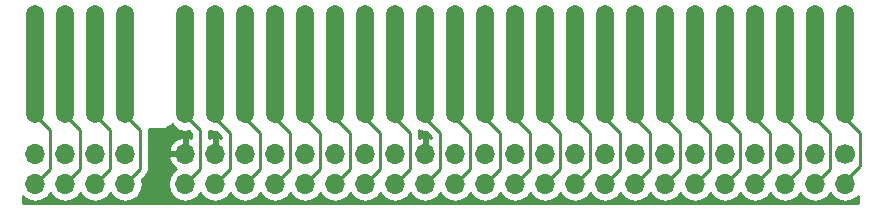
<source format=gbr>
%TF.GenerationSoftware,KiCad,Pcbnew,4.0.7*%
%TF.CreationDate,2019-01-02T11:57:47+00:00*%
%TF.ProjectId,Spectrum Edge Connector Extender_HORIZ,537065637472756D204564676520436F,rev?*%
%TF.FileFunction,Copper,L1,Top,Signal*%
%FSLAX46Y46*%
G04 Gerber Fmt 4.6, Leading zero omitted, Abs format (unit mm)*
G04 Created by KiCad (PCBNEW 4.0.7) date 01/02/19 11:57:47*
%MOMM*%
%LPD*%
G01*
G04 APERTURE LIST*
%ADD10C,0.100000*%
%ADD11O,1.500000X10.000000*%
%ADD12C,1.700000*%
%ADD13O,1.700000X1.700000*%
%ADD14C,0.250000*%
%ADD15C,0.254000*%
G04 APERTURE END LIST*
D10*
D11*
X114300000Y-92710000D03*
X116840000Y-92710000D03*
X119380000Y-92710000D03*
X121920000Y-92710000D03*
X172720000Y-92710000D03*
X127000000Y-92710000D03*
X129540000Y-92710000D03*
X132080000Y-92710000D03*
X134620000Y-92710000D03*
X137160000Y-92710000D03*
X139700000Y-92710000D03*
X142240000Y-92710000D03*
X144780000Y-92710000D03*
X147320000Y-92710000D03*
X149860000Y-92710000D03*
X152400000Y-92710000D03*
X154940000Y-92710000D03*
X157480000Y-92710000D03*
X160020000Y-92710000D03*
X162560000Y-92710000D03*
X165100000Y-92710000D03*
X167640000Y-92710000D03*
X170180000Y-92710000D03*
X175260000Y-92710000D03*
X177800000Y-92710000D03*
X180340000Y-92710000D03*
X182880000Y-92710000D03*
D12*
X182880000Y-100330000D03*
D13*
X182880000Y-102870000D03*
X180340000Y-100330000D03*
X180340000Y-102870000D03*
X177800000Y-100330000D03*
X177800000Y-102870000D03*
X175260000Y-100330000D03*
X175260000Y-102870000D03*
X172720000Y-100330000D03*
X172720000Y-102870000D03*
X170180000Y-100330000D03*
X170180000Y-102870000D03*
X167640000Y-100330000D03*
X167640000Y-102870000D03*
X165100000Y-100330000D03*
X165100000Y-102870000D03*
X162560000Y-100330000D03*
X162560000Y-102870000D03*
X160020000Y-100330000D03*
X160020000Y-102870000D03*
X157480000Y-100330000D03*
X157480000Y-102870000D03*
X154940000Y-100330000D03*
X154940000Y-102870000D03*
X152400000Y-100330000D03*
X152400000Y-102870000D03*
X149860000Y-100330000D03*
X149860000Y-102870000D03*
X147320000Y-100330000D03*
X147320000Y-102870000D03*
X144780000Y-100330000D03*
X144780000Y-102870000D03*
X142240000Y-100330000D03*
X142240000Y-102870000D03*
X139700000Y-100330000D03*
X139700000Y-102870000D03*
X137160000Y-100330000D03*
X137160000Y-102870000D03*
X134620000Y-100330000D03*
X134620000Y-102870000D03*
X132080000Y-100330000D03*
X132080000Y-102870000D03*
X129540000Y-100330000D03*
X129540000Y-102870000D03*
X127000000Y-100330000D03*
X127000000Y-102870000D03*
X121920000Y-100330000D03*
X121920000Y-102870000D03*
X119380000Y-100330000D03*
X119380000Y-102870000D03*
X116840000Y-100330000D03*
X116840000Y-102870000D03*
X114300000Y-100330000D03*
X114300000Y-102870000D03*
D14*
X182880000Y-102870000D02*
X182880000Y-102616000D01*
X182880000Y-102616000D02*
X184150000Y-101346000D01*
X184150000Y-101346000D02*
X184150000Y-98552000D01*
X184150000Y-98552000D02*
X182880000Y-97282000D01*
X182880000Y-97282000D02*
X182880000Y-92710000D01*
X180340000Y-102870000D02*
X181610000Y-101600000D01*
X181610000Y-98552000D02*
X180340000Y-97282000D01*
X181610000Y-101600000D02*
X181610000Y-98552000D01*
X180340000Y-97282000D02*
X180340000Y-92710000D01*
X177800000Y-102870000D02*
X179070000Y-101600000D01*
X179070000Y-98552000D02*
X177800000Y-97282000D01*
X179070000Y-101600000D02*
X179070000Y-98552000D01*
X177800000Y-97282000D02*
X177800000Y-92710000D01*
X175260000Y-102870000D02*
X176530000Y-101600000D01*
X176530000Y-98552000D02*
X175260000Y-97282000D01*
X176530000Y-101600000D02*
X176530000Y-98552000D01*
X175260000Y-97282000D02*
X175260000Y-92710000D01*
X172720000Y-102870000D02*
X173990000Y-101600000D01*
X173990000Y-98552000D02*
X172720000Y-97282000D01*
X173990000Y-101600000D02*
X173990000Y-98552000D01*
X172720000Y-97282000D02*
X172720000Y-92710000D01*
X170180000Y-102870000D02*
X171450000Y-101600000D01*
X171450000Y-98552000D02*
X170180000Y-97282000D01*
X171450000Y-101600000D02*
X171450000Y-98552000D01*
X170180000Y-97282000D02*
X170180000Y-92710000D01*
X167640000Y-102870000D02*
X168910000Y-101600000D01*
X168910000Y-98552000D02*
X167640000Y-97282000D01*
X168910000Y-101600000D02*
X168910000Y-98552000D01*
X167640000Y-97282000D02*
X167640000Y-92710000D01*
X165100000Y-102870000D02*
X166370000Y-101600000D01*
X166370000Y-98552000D02*
X165100000Y-97282000D01*
X166370000Y-101600000D02*
X166370000Y-98552000D01*
X165100000Y-97282000D02*
X165100000Y-92710000D01*
X162560000Y-102870000D02*
X163830000Y-101600000D01*
X163830000Y-98552000D02*
X162560000Y-97282000D01*
X163830000Y-101600000D02*
X163830000Y-98552000D01*
X162560000Y-97282000D02*
X162560000Y-92710000D01*
X160020000Y-102870000D02*
X161290000Y-101600000D01*
X161290000Y-98552000D02*
X160020000Y-97282000D01*
X161290000Y-101600000D02*
X161290000Y-98552000D01*
X160020000Y-97282000D02*
X160020000Y-92710000D01*
X157480000Y-102870000D02*
X158750000Y-101600000D01*
X158750000Y-98552000D02*
X157480000Y-97282000D01*
X158750000Y-101600000D02*
X158750000Y-98552000D01*
X157480000Y-97282000D02*
X157480000Y-92710000D01*
X154940000Y-102870000D02*
X156210000Y-101600000D01*
X156210000Y-98552000D02*
X154940000Y-97282000D01*
X156210000Y-101600000D02*
X156210000Y-98552000D01*
X154940000Y-97282000D02*
X154940000Y-92710000D01*
X152400000Y-102870000D02*
X153670000Y-101600000D01*
X153670000Y-98552000D02*
X152400000Y-97282000D01*
X153670000Y-101600000D02*
X153670000Y-98552000D01*
X152400000Y-97282000D02*
X152400000Y-92710000D01*
X149860000Y-102870000D02*
X151130000Y-101600000D01*
X151130000Y-98552000D02*
X149860000Y-97282000D01*
X151130000Y-101600000D02*
X151130000Y-98552000D01*
X149860000Y-97282000D02*
X149860000Y-92710000D01*
X147320000Y-102870000D02*
X148590000Y-101600000D01*
X148590000Y-98552000D02*
X147320000Y-97282000D01*
X148590000Y-101600000D02*
X148590000Y-98552000D01*
X147320000Y-97282000D02*
X147320000Y-92710000D01*
X144780000Y-102870000D02*
X146050000Y-101600000D01*
X146050000Y-98552000D02*
X144780000Y-97282000D01*
X146050000Y-101600000D02*
X146050000Y-98552000D01*
X144780000Y-97282000D02*
X144780000Y-92710000D01*
X142240000Y-102870000D02*
X143510000Y-101600000D01*
X143510000Y-98552000D02*
X142240000Y-97282000D01*
X143510000Y-101600000D02*
X143510000Y-98552000D01*
X142240000Y-97282000D02*
X142240000Y-92710000D01*
X139700000Y-102870000D02*
X140970000Y-101600000D01*
X140970000Y-98552000D02*
X139700000Y-97282000D01*
X140970000Y-101600000D02*
X140970000Y-98552000D01*
X139700000Y-97282000D02*
X139700000Y-92710000D01*
X137160000Y-102870000D02*
X138430000Y-101600000D01*
X138430000Y-98552000D02*
X137160000Y-97282000D01*
X138430000Y-101600000D02*
X138430000Y-98552000D01*
X137160000Y-97282000D02*
X137160000Y-92710000D01*
X134620000Y-102870000D02*
X135890000Y-101600000D01*
X135890000Y-98552000D02*
X134620000Y-97282000D01*
X135890000Y-101600000D02*
X135890000Y-98552000D01*
X134620000Y-97282000D02*
X134620000Y-92710000D01*
X132080000Y-102870000D02*
X133350000Y-101600000D01*
X133350000Y-98552000D02*
X132080000Y-97282000D01*
X133350000Y-101600000D02*
X133350000Y-98552000D01*
X132080000Y-97282000D02*
X132080000Y-92710000D01*
X129540000Y-102870000D02*
X130810000Y-101600000D01*
X130810000Y-98552000D02*
X129540000Y-97282000D01*
X130810000Y-101600000D02*
X130810000Y-98552000D01*
X129540000Y-97282000D02*
X129540000Y-92710000D01*
X127000000Y-102870000D02*
X128270000Y-101600000D01*
X128270000Y-98298000D02*
X127000000Y-97028000D01*
X128270000Y-101600000D02*
X128270000Y-98298000D01*
X127000000Y-97028000D02*
X127000000Y-92710000D01*
X121920000Y-102870000D02*
X123190000Y-101600000D01*
X123190000Y-98298000D02*
X121920000Y-97028000D01*
X123190000Y-101600000D02*
X123190000Y-98298000D01*
X121920000Y-97028000D02*
X121920000Y-92710000D01*
X119380000Y-102870000D02*
X120650000Y-101600000D01*
X120650000Y-98298000D02*
X119380000Y-97028000D01*
X120650000Y-101600000D02*
X120650000Y-98298000D01*
X119380000Y-97028000D02*
X119380000Y-92710000D01*
X116840000Y-102870000D02*
X118110000Y-101600000D01*
X118110000Y-98298000D02*
X116840000Y-97028000D01*
X118110000Y-101600000D02*
X118110000Y-98298000D01*
X116840000Y-97028000D02*
X116840000Y-92710000D01*
X114300000Y-102870000D02*
X115570000Y-101600000D01*
X115570000Y-98298000D02*
X114300000Y-97028000D01*
X115570000Y-101600000D02*
X115570000Y-98298000D01*
X114300000Y-97028000D02*
X114300000Y-92710000D01*
D15*
G36*
X126020657Y-98049739D02*
X126469983Y-98349969D01*
X127000000Y-98455396D01*
X127294095Y-98396897D01*
X127510000Y-98612802D01*
X127510000Y-98951940D01*
X127356890Y-98888524D01*
X127127000Y-99009845D01*
X127127000Y-100203000D01*
X127147000Y-100203000D01*
X127147000Y-100457000D01*
X127127000Y-100457000D01*
X127127000Y-100477000D01*
X126873000Y-100477000D01*
X126873000Y-100457000D01*
X125679181Y-100457000D01*
X125558514Y-100686892D01*
X125804817Y-101211358D01*
X126233076Y-101601645D01*
X126233101Y-101601655D01*
X125949946Y-101790853D01*
X125628039Y-102272622D01*
X125515000Y-102840907D01*
X125515000Y-102899093D01*
X125628039Y-103467378D01*
X125949946Y-103949147D01*
X126431715Y-104271054D01*
X127000000Y-104384093D01*
X127568285Y-104271054D01*
X128050054Y-103949147D01*
X128270000Y-103619974D01*
X128489946Y-103949147D01*
X128971715Y-104271054D01*
X129540000Y-104384093D01*
X130108285Y-104271054D01*
X130590054Y-103949147D01*
X130810000Y-103619974D01*
X131029946Y-103949147D01*
X131511715Y-104271054D01*
X132080000Y-104384093D01*
X132648285Y-104271054D01*
X133130054Y-103949147D01*
X133350000Y-103619974D01*
X133569946Y-103949147D01*
X134051715Y-104271054D01*
X134620000Y-104384093D01*
X135188285Y-104271054D01*
X135670054Y-103949147D01*
X135890000Y-103619974D01*
X136109946Y-103949147D01*
X136591715Y-104271054D01*
X137160000Y-104384093D01*
X137728285Y-104271054D01*
X138210054Y-103949147D01*
X138430000Y-103619974D01*
X138649946Y-103949147D01*
X139131715Y-104271054D01*
X139700000Y-104384093D01*
X140268285Y-104271054D01*
X140750054Y-103949147D01*
X140970000Y-103619974D01*
X141189946Y-103949147D01*
X141671715Y-104271054D01*
X142240000Y-104384093D01*
X142808285Y-104271054D01*
X143290054Y-103949147D01*
X143510000Y-103619974D01*
X143729946Y-103949147D01*
X144211715Y-104271054D01*
X144780000Y-104384093D01*
X145348285Y-104271054D01*
X145830054Y-103949147D01*
X146050000Y-103619974D01*
X146269946Y-103949147D01*
X146751715Y-104271054D01*
X147320000Y-104384093D01*
X147888285Y-104271054D01*
X148370054Y-103949147D01*
X148590000Y-103619974D01*
X148809946Y-103949147D01*
X149291715Y-104271054D01*
X149860000Y-104384093D01*
X150428285Y-104271054D01*
X150910054Y-103949147D01*
X151130000Y-103619974D01*
X151349946Y-103949147D01*
X151831715Y-104271054D01*
X152400000Y-104384093D01*
X152968285Y-104271054D01*
X153450054Y-103949147D01*
X153670000Y-103619974D01*
X153889946Y-103949147D01*
X154371715Y-104271054D01*
X154940000Y-104384093D01*
X155508285Y-104271054D01*
X155990054Y-103949147D01*
X156210000Y-103619974D01*
X156429946Y-103949147D01*
X156911715Y-104271054D01*
X157480000Y-104384093D01*
X158048285Y-104271054D01*
X158530054Y-103949147D01*
X158750000Y-103619974D01*
X158969946Y-103949147D01*
X159451715Y-104271054D01*
X160020000Y-104384093D01*
X160588285Y-104271054D01*
X161070054Y-103949147D01*
X161290000Y-103619974D01*
X161509946Y-103949147D01*
X161991715Y-104271054D01*
X162560000Y-104384093D01*
X163128285Y-104271054D01*
X163610054Y-103949147D01*
X163830000Y-103619974D01*
X164049946Y-103949147D01*
X164531715Y-104271054D01*
X165100000Y-104384093D01*
X165668285Y-104271054D01*
X166150054Y-103949147D01*
X166370000Y-103619974D01*
X166589946Y-103949147D01*
X167071715Y-104271054D01*
X167640000Y-104384093D01*
X168208285Y-104271054D01*
X168690054Y-103949147D01*
X168910000Y-103619974D01*
X169129946Y-103949147D01*
X169611715Y-104271054D01*
X170180000Y-104384093D01*
X170748285Y-104271054D01*
X171230054Y-103949147D01*
X171450000Y-103619974D01*
X171669946Y-103949147D01*
X172151715Y-104271054D01*
X172720000Y-104384093D01*
X173288285Y-104271054D01*
X173770054Y-103949147D01*
X173990000Y-103619974D01*
X174209946Y-103949147D01*
X174691715Y-104271054D01*
X175260000Y-104384093D01*
X175828285Y-104271054D01*
X176310054Y-103949147D01*
X176530000Y-103619974D01*
X176749946Y-103949147D01*
X177231715Y-104271054D01*
X177800000Y-104384093D01*
X178368285Y-104271054D01*
X178850054Y-103949147D01*
X179070000Y-103619974D01*
X179289946Y-103949147D01*
X179771715Y-104271054D01*
X180340000Y-104384093D01*
X180908285Y-104271054D01*
X181390054Y-103949147D01*
X181610000Y-103619974D01*
X181829946Y-103949147D01*
X182311715Y-104271054D01*
X182880000Y-104384093D01*
X183448285Y-104271054D01*
X183930054Y-103949147D01*
X183948000Y-103922289D01*
X183948000Y-104446000D01*
X113232000Y-104446000D01*
X113232000Y-103922289D01*
X113249946Y-103949147D01*
X113731715Y-104271054D01*
X114300000Y-104384093D01*
X114868285Y-104271054D01*
X115350054Y-103949147D01*
X115570000Y-103619974D01*
X115789946Y-103949147D01*
X116271715Y-104271054D01*
X116840000Y-104384093D01*
X117408285Y-104271054D01*
X117890054Y-103949147D01*
X118110000Y-103619974D01*
X118329946Y-103949147D01*
X118811715Y-104271054D01*
X119380000Y-104384093D01*
X119948285Y-104271054D01*
X120430054Y-103949147D01*
X120650000Y-103619974D01*
X120869946Y-103949147D01*
X121351715Y-104271054D01*
X121920000Y-104384093D01*
X122488285Y-104271054D01*
X122970054Y-103949147D01*
X123291961Y-103467378D01*
X123405000Y-102899093D01*
X123405000Y-102840907D01*
X123341771Y-102523031D01*
X123727401Y-102137401D01*
X123892148Y-101890840D01*
X123950000Y-101600000D01*
X123950000Y-99973108D01*
X125558514Y-99973108D01*
X125679181Y-100203000D01*
X126873000Y-100203000D01*
X126873000Y-99009845D01*
X126643110Y-98888524D01*
X126233076Y-99058355D01*
X125804817Y-99448642D01*
X125558514Y-99973108D01*
X123950000Y-99973108D01*
X123950000Y-98298000D01*
X123939148Y-98243444D01*
X123952000Y-98246000D01*
X124968000Y-98246000D01*
X125036584Y-98232358D01*
X125106514Y-98232358D01*
X125300917Y-98193689D01*
X125450844Y-98131587D01*
X125556859Y-98087674D01*
X125721666Y-97977553D01*
X125849366Y-97849852D01*
X125871984Y-97827234D01*
X126020657Y-98049739D01*
X126020657Y-98049739D01*
G37*
X126020657Y-98049739D02*
X126469983Y-98349969D01*
X127000000Y-98455396D01*
X127294095Y-98396897D01*
X127510000Y-98612802D01*
X127510000Y-98951940D01*
X127356890Y-98888524D01*
X127127000Y-99009845D01*
X127127000Y-100203000D01*
X127147000Y-100203000D01*
X127147000Y-100457000D01*
X127127000Y-100457000D01*
X127127000Y-100477000D01*
X126873000Y-100477000D01*
X126873000Y-100457000D01*
X125679181Y-100457000D01*
X125558514Y-100686892D01*
X125804817Y-101211358D01*
X126233076Y-101601645D01*
X126233101Y-101601655D01*
X125949946Y-101790853D01*
X125628039Y-102272622D01*
X125515000Y-102840907D01*
X125515000Y-102899093D01*
X125628039Y-103467378D01*
X125949946Y-103949147D01*
X126431715Y-104271054D01*
X127000000Y-104384093D01*
X127568285Y-104271054D01*
X128050054Y-103949147D01*
X128270000Y-103619974D01*
X128489946Y-103949147D01*
X128971715Y-104271054D01*
X129540000Y-104384093D01*
X130108285Y-104271054D01*
X130590054Y-103949147D01*
X130810000Y-103619974D01*
X131029946Y-103949147D01*
X131511715Y-104271054D01*
X132080000Y-104384093D01*
X132648285Y-104271054D01*
X133130054Y-103949147D01*
X133350000Y-103619974D01*
X133569946Y-103949147D01*
X134051715Y-104271054D01*
X134620000Y-104384093D01*
X135188285Y-104271054D01*
X135670054Y-103949147D01*
X135890000Y-103619974D01*
X136109946Y-103949147D01*
X136591715Y-104271054D01*
X137160000Y-104384093D01*
X137728285Y-104271054D01*
X138210054Y-103949147D01*
X138430000Y-103619974D01*
X138649946Y-103949147D01*
X139131715Y-104271054D01*
X139700000Y-104384093D01*
X140268285Y-104271054D01*
X140750054Y-103949147D01*
X140970000Y-103619974D01*
X141189946Y-103949147D01*
X141671715Y-104271054D01*
X142240000Y-104384093D01*
X142808285Y-104271054D01*
X143290054Y-103949147D01*
X143510000Y-103619974D01*
X143729946Y-103949147D01*
X144211715Y-104271054D01*
X144780000Y-104384093D01*
X145348285Y-104271054D01*
X145830054Y-103949147D01*
X146050000Y-103619974D01*
X146269946Y-103949147D01*
X146751715Y-104271054D01*
X147320000Y-104384093D01*
X147888285Y-104271054D01*
X148370054Y-103949147D01*
X148590000Y-103619974D01*
X148809946Y-103949147D01*
X149291715Y-104271054D01*
X149860000Y-104384093D01*
X150428285Y-104271054D01*
X150910054Y-103949147D01*
X151130000Y-103619974D01*
X151349946Y-103949147D01*
X151831715Y-104271054D01*
X152400000Y-104384093D01*
X152968285Y-104271054D01*
X153450054Y-103949147D01*
X153670000Y-103619974D01*
X153889946Y-103949147D01*
X154371715Y-104271054D01*
X154940000Y-104384093D01*
X155508285Y-104271054D01*
X155990054Y-103949147D01*
X156210000Y-103619974D01*
X156429946Y-103949147D01*
X156911715Y-104271054D01*
X157480000Y-104384093D01*
X158048285Y-104271054D01*
X158530054Y-103949147D01*
X158750000Y-103619974D01*
X158969946Y-103949147D01*
X159451715Y-104271054D01*
X160020000Y-104384093D01*
X160588285Y-104271054D01*
X161070054Y-103949147D01*
X161290000Y-103619974D01*
X161509946Y-103949147D01*
X161991715Y-104271054D01*
X162560000Y-104384093D01*
X163128285Y-104271054D01*
X163610054Y-103949147D01*
X163830000Y-103619974D01*
X164049946Y-103949147D01*
X164531715Y-104271054D01*
X165100000Y-104384093D01*
X165668285Y-104271054D01*
X166150054Y-103949147D01*
X166370000Y-103619974D01*
X166589946Y-103949147D01*
X167071715Y-104271054D01*
X167640000Y-104384093D01*
X168208285Y-104271054D01*
X168690054Y-103949147D01*
X168910000Y-103619974D01*
X169129946Y-103949147D01*
X169611715Y-104271054D01*
X170180000Y-104384093D01*
X170748285Y-104271054D01*
X171230054Y-103949147D01*
X171450000Y-103619974D01*
X171669946Y-103949147D01*
X172151715Y-104271054D01*
X172720000Y-104384093D01*
X173288285Y-104271054D01*
X173770054Y-103949147D01*
X173990000Y-103619974D01*
X174209946Y-103949147D01*
X174691715Y-104271054D01*
X175260000Y-104384093D01*
X175828285Y-104271054D01*
X176310054Y-103949147D01*
X176530000Y-103619974D01*
X176749946Y-103949147D01*
X177231715Y-104271054D01*
X177800000Y-104384093D01*
X178368285Y-104271054D01*
X178850054Y-103949147D01*
X179070000Y-103619974D01*
X179289946Y-103949147D01*
X179771715Y-104271054D01*
X180340000Y-104384093D01*
X180908285Y-104271054D01*
X181390054Y-103949147D01*
X181610000Y-103619974D01*
X181829946Y-103949147D01*
X182311715Y-104271054D01*
X182880000Y-104384093D01*
X183448285Y-104271054D01*
X183930054Y-103949147D01*
X183948000Y-103922289D01*
X183948000Y-104446000D01*
X113232000Y-104446000D01*
X113232000Y-103922289D01*
X113249946Y-103949147D01*
X113731715Y-104271054D01*
X114300000Y-104384093D01*
X114868285Y-104271054D01*
X115350054Y-103949147D01*
X115570000Y-103619974D01*
X115789946Y-103949147D01*
X116271715Y-104271054D01*
X116840000Y-104384093D01*
X117408285Y-104271054D01*
X117890054Y-103949147D01*
X118110000Y-103619974D01*
X118329946Y-103949147D01*
X118811715Y-104271054D01*
X119380000Y-104384093D01*
X119948285Y-104271054D01*
X120430054Y-103949147D01*
X120650000Y-103619974D01*
X120869946Y-103949147D01*
X121351715Y-104271054D01*
X121920000Y-104384093D01*
X122488285Y-104271054D01*
X122970054Y-103949147D01*
X123291961Y-103467378D01*
X123405000Y-102899093D01*
X123405000Y-102840907D01*
X123341771Y-102523031D01*
X123727401Y-102137401D01*
X123892148Y-101890840D01*
X123950000Y-101600000D01*
X123950000Y-99973108D01*
X125558514Y-99973108D01*
X125679181Y-100203000D01*
X126873000Y-100203000D01*
X126873000Y-99009845D01*
X126643110Y-98888524D01*
X126233076Y-99058355D01*
X125804817Y-99448642D01*
X125558514Y-99973108D01*
X123950000Y-99973108D01*
X123950000Y-98298000D01*
X123939148Y-98243444D01*
X123952000Y-98246000D01*
X124968000Y-98246000D01*
X125036584Y-98232358D01*
X125106514Y-98232358D01*
X125300917Y-98193689D01*
X125450844Y-98131587D01*
X125556859Y-98087674D01*
X125721666Y-97977553D01*
X125849366Y-97849852D01*
X125871984Y-97827234D01*
X126020657Y-98049739D01*
G36*
X129540000Y-98455396D02*
X129622236Y-98439038D01*
X130050000Y-98866802D01*
X130050000Y-98951940D01*
X129896890Y-98888524D01*
X129667000Y-99009845D01*
X129667000Y-100203000D01*
X129687000Y-100203000D01*
X129687000Y-100457000D01*
X129667000Y-100457000D01*
X129667000Y-100477000D01*
X129413000Y-100477000D01*
X129413000Y-100457000D01*
X129393000Y-100457000D01*
X129393000Y-100203000D01*
X129413000Y-100203000D01*
X129413000Y-99009845D01*
X129183110Y-98888524D01*
X129030000Y-98951940D01*
X129030000Y-98353951D01*
X129540000Y-98455396D01*
X129540000Y-98455396D01*
G37*
X129540000Y-98455396D02*
X129622236Y-98439038D01*
X130050000Y-98866802D01*
X130050000Y-98951940D01*
X129896890Y-98888524D01*
X129667000Y-99009845D01*
X129667000Y-100203000D01*
X129687000Y-100203000D01*
X129687000Y-100457000D01*
X129667000Y-100457000D01*
X129667000Y-100477000D01*
X129413000Y-100477000D01*
X129413000Y-100457000D01*
X129393000Y-100457000D01*
X129393000Y-100203000D01*
X129413000Y-100203000D01*
X129413000Y-99009845D01*
X129183110Y-98888524D01*
X129030000Y-98951940D01*
X129030000Y-98353951D01*
X129540000Y-98455396D01*
G36*
X146789983Y-98349969D02*
X147320000Y-98455396D01*
X147402236Y-98439038D01*
X147830000Y-98866802D01*
X147830000Y-98951940D01*
X147676890Y-98888524D01*
X147447000Y-99009845D01*
X147447000Y-100203000D01*
X147467000Y-100203000D01*
X147467000Y-100457000D01*
X147447000Y-100457000D01*
X147447000Y-100477000D01*
X147193000Y-100477000D01*
X147193000Y-100457000D01*
X147173000Y-100457000D01*
X147173000Y-100203000D01*
X147193000Y-100203000D01*
X147193000Y-99009845D01*
X146963110Y-98888524D01*
X146810000Y-98951940D01*
X146810000Y-98552000D01*
X146766721Y-98334426D01*
X146789983Y-98349969D01*
X146789983Y-98349969D01*
G37*
X146789983Y-98349969D02*
X147320000Y-98455396D01*
X147402236Y-98439038D01*
X147830000Y-98866802D01*
X147830000Y-98951940D01*
X147676890Y-98888524D01*
X147447000Y-99009845D01*
X147447000Y-100203000D01*
X147467000Y-100203000D01*
X147467000Y-100457000D01*
X147447000Y-100457000D01*
X147447000Y-100477000D01*
X147193000Y-100477000D01*
X147193000Y-100457000D01*
X147173000Y-100457000D01*
X147173000Y-100203000D01*
X147193000Y-100203000D01*
X147193000Y-99009845D01*
X146963110Y-98888524D01*
X146810000Y-98951940D01*
X146810000Y-98552000D01*
X146766721Y-98334426D01*
X146789983Y-98349969D01*
M02*

</source>
